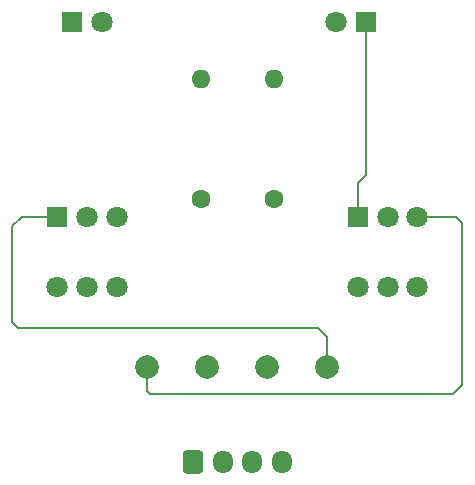
<source format=gbr>
%TF.GenerationSoftware,KiCad,Pcbnew,8.0.8*%
%TF.CreationDate,2025-03-27T22:39:19-04:00*%
%TF.ProjectId,rear_lights_unit_control_box,72656172-5f6c-4696-9768-74735f756e69,0*%
%TF.SameCoordinates,Original*%
%TF.FileFunction,Copper,L2,Bot*%
%TF.FilePolarity,Positive*%
%FSLAX46Y46*%
G04 Gerber Fmt 4.6, Leading zero omitted, Abs format (unit mm)*
G04 Created by KiCad (PCBNEW 8.0.8) date 2025-03-27 22:39:19*
%MOMM*%
%LPD*%
G01*
G04 APERTURE LIST*
G04 Aperture macros list*
%AMRoundRect*
0 Rectangle with rounded corners*
0 $1 Rounding radius*
0 $2 $3 $4 $5 $6 $7 $8 $9 X,Y pos of 4 corners*
0 Add a 4 corners polygon primitive as box body*
4,1,4,$2,$3,$4,$5,$6,$7,$8,$9,$2,$3,0*
0 Add four circle primitives for the rounded corners*
1,1,$1+$1,$2,$3*
1,1,$1+$1,$4,$5*
1,1,$1+$1,$6,$7*
1,1,$1+$1,$8,$9*
0 Add four rect primitives between the rounded corners*
20,1,$1+$1,$2,$3,$4,$5,0*
20,1,$1+$1,$4,$5,$6,$7,0*
20,1,$1+$1,$6,$7,$8,$9,0*
20,1,$1+$1,$8,$9,$2,$3,0*%
G04 Aperture macros list end*
%TA.AperFunction,ComponentPad*%
%ADD10C,1.600000*%
%TD*%
%TA.AperFunction,ComponentPad*%
%ADD11O,1.600000X1.600000*%
%TD*%
%TA.AperFunction,ComponentPad*%
%ADD12C,2.000000*%
%TD*%
%TA.AperFunction,ComponentPad*%
%ADD13R,1.800000X1.800000*%
%TD*%
%TA.AperFunction,ComponentPad*%
%ADD14C,1.800000*%
%TD*%
%TA.AperFunction,ComponentPad*%
%ADD15RoundRect,0.250000X-0.600000X-0.725000X0.600000X-0.725000X0.600000X0.725000X-0.600000X0.725000X0*%
%TD*%
%TA.AperFunction,ComponentPad*%
%ADD16O,1.700000X1.950000*%
%TD*%
%TA.AperFunction,Conductor*%
%ADD17C,0.200000*%
%TD*%
G04 APERTURE END LIST*
D10*
%TO.P,R1,1*%
%TO.N,LEFT_TURN_EN*%
X123952000Y-71120000D03*
D11*
%TO.P,R1,2*%
%TO.N,Net-(D1-A)*%
X123952000Y-60960000D03*
%TD*%
D12*
%TO.P,TP2,1,1*%
%TO.N,LEFT_TURN_EN*%
X124460000Y-85344000D03*
%TD*%
D13*
%TO.P,SW1,1,A*%
%TO.N,GND*%
X111760000Y-72631300D03*
D14*
%TO.P,SW1,2,B*%
%TO.N,LEFT_TURN_EN*%
X114260000Y-72631300D03*
%TO.P,SW1,3,C*%
%TO.N,V_OUT*%
X116760000Y-72631300D03*
%TO.P,SW1,4*%
%TO.N,N/C*%
X111760000Y-78631300D03*
%TO.P,SW1,5*%
X114260000Y-78631300D03*
%TO.P,SW1,6*%
X116760000Y-78631300D03*
%TD*%
D12*
%TO.P,TP4,1,1*%
%TO.N,GND*%
X134620000Y-85344000D03*
%TD*%
D10*
%TO.P,R2,1*%
%TO.N,RIGHT_TURN_EN*%
X130052000Y-71120000D03*
D11*
%TO.P,R2,2*%
%TO.N,Net-(D2-A)*%
X130052000Y-60960000D03*
%TD*%
D13*
%TO.P,D1,1,K*%
%TO.N,GND*%
X113025000Y-56134000D03*
D14*
%TO.P,D1,2,A*%
%TO.N,Net-(D1-A)*%
X115565000Y-56134000D03*
%TD*%
D13*
%TO.P,D2,1,K*%
%TO.N,GND*%
X137922000Y-56134000D03*
D14*
%TO.P,D2,2,A*%
%TO.N,Net-(D2-A)*%
X135382000Y-56134000D03*
%TD*%
D12*
%TO.P,TP1,1,1*%
%TO.N,V_OUT*%
X119380000Y-85344000D03*
%TD*%
D13*
%TO.P,SW2,1,A*%
%TO.N,GND*%
X137240000Y-72631300D03*
D14*
%TO.P,SW2,2,B*%
%TO.N,RIGHT_TURN_EN*%
X139740000Y-72631300D03*
%TO.P,SW2,3,C*%
%TO.N,V_OUT*%
X142240000Y-72631300D03*
%TO.P,SW2,4*%
%TO.N,N/C*%
X137240000Y-78631300D03*
%TO.P,SW2,5*%
X139740000Y-78631300D03*
%TO.P,SW2,6*%
X142240000Y-78631300D03*
%TD*%
D15*
%TO.P,J1,1,Pin_1*%
%TO.N,V_OUT*%
X123250000Y-93400000D03*
D16*
%TO.P,J1,2,Pin_2*%
%TO.N,LEFT_TURN_EN*%
X125750000Y-93400000D03*
%TO.P,J1,3,Pin_3*%
%TO.N,RIGHT_TURN_EN*%
X128250000Y-93400000D03*
%TO.P,J1,4,Pin_4*%
%TO.N,GND*%
X130750000Y-93400000D03*
%TD*%
D12*
%TO.P,TP3,1,1*%
%TO.N,RIGHT_TURN_EN*%
X129540000Y-85344000D03*
%TD*%
D17*
%TO.N,GND*%
X107950000Y-73406000D02*
X108724700Y-72631300D01*
X134620000Y-85344000D02*
X134620000Y-82804000D01*
X137240000Y-72631300D02*
X137240000Y-69770000D01*
X137240000Y-69770000D02*
X137922000Y-69088000D01*
X108458000Y-82042000D02*
X107950000Y-81534000D01*
X137922000Y-69088000D02*
X137922000Y-56134000D01*
X133858000Y-82042000D02*
X108458000Y-82042000D01*
X108724700Y-72631300D02*
X111760000Y-72631300D01*
X107950000Y-81534000D02*
X107950000Y-73406000D01*
X134620000Y-82804000D02*
X133858000Y-82042000D01*
%TO.N,V_OUT*%
X145288000Y-87630000D02*
X119634000Y-87630000D01*
X145529300Y-72631300D02*
X146050000Y-73152000D01*
X146050000Y-86868000D02*
X145288000Y-87630000D01*
X146050000Y-73152000D02*
X146050000Y-86868000D01*
X119380000Y-87376000D02*
X119380000Y-85344000D01*
X119634000Y-87630000D02*
X119380000Y-87376000D01*
X142240000Y-72631300D02*
X145529300Y-72631300D01*
%TD*%
M02*

</source>
